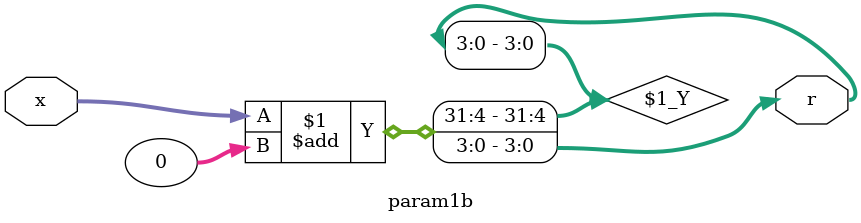
<source format=v>
module param1b (input [3:0] x,
                output [3:0] r);
   parameter v = 0;
   assign r = x + v;
endmodule

</source>
